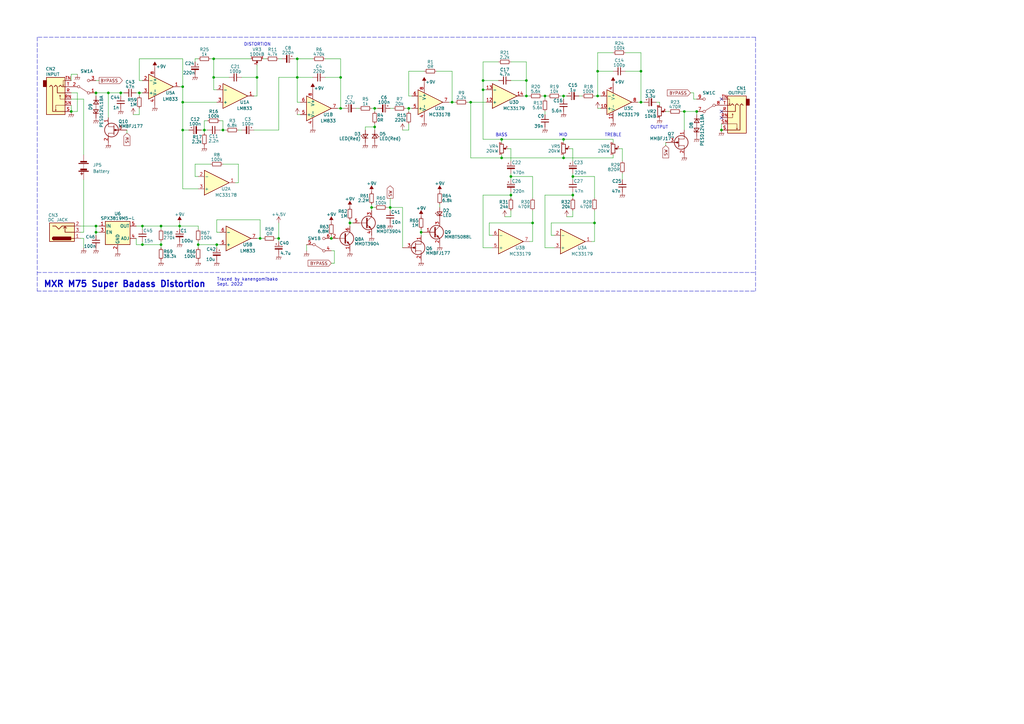
<source format=kicad_sch>
(kicad_sch (version 20211123) (generator eeschema)
  (paper "A3")
  (junction (at 245.11 39.37))
  (junction (at 243.84 91.44))
  (junction (at 105.41 31.75))
  (junction (at 205.74 64.77))
  (junction (at 88.9 100.33))
  (junction (at 39.37 38.1))
  (junction (at 209.55 80.01))
  (junction (at 262.89 29.21))
  (junction (at 83.82 53.34))
  (junction (at 172.72 95.25))
  (junction (at 193.04 41.91))
  (junction (at 198.12 33.02))
  (junction (at 74.93 41.91))
  (junction (at 139.7 44.45))
  (junction (at 39.37 92.71))
  (junction (at 58.42 100.33))
  (junction (at 44.45 38.1))
  (junction (at 231.14 39.37))
  (junction (at 185.42 41.91))
  (junction (at 153.67 44.45))
  (junction (at 121.92 31.75))
  (junction (at 121.92 24.13))
  (junction (at 81.28 100.33))
  (junction (at 58.42 92.71))
  (junction (at 139.7 31.75))
  (junction (at 57.15 38.1))
  (junction (at 218.44 91.44))
  (junction (at 223.52 39.37))
  (junction (at 234.95 72.39))
  (junction (at 167.64 44.45))
  (junction (at 209.55 72.39))
  (junction (at 143.51 91.44))
  (junction (at 205.74 57.15))
  (junction (at 198.12 36.83))
  (junction (at 114.3 97.79))
  (junction (at 215.9 33.02))
  (junction (at 215.9 39.37))
  (junction (at 234.95 80.01))
  (junction (at 39.37 95.25))
  (junction (at 280.67 45.72))
  (junction (at 87.63 24.13))
  (junction (at 74.93 35.56))
  (junction (at 295.91 53.34))
  (junction (at 66.04 92.71))
  (junction (at 231.14 57.15))
  (junction (at 106.68 97.79))
  (junction (at 152.4 85.09))
  (junction (at 160.02 85.09))
  (junction (at 231.14 64.77))
  (junction (at 49.53 38.1))
  (junction (at 66.04 100.33))
  (junction (at 74.93 53.34))
  (junction (at 262.89 41.91))
  (junction (at 245.11 29.21))
  (junction (at 91.44 53.34))
  (junction (at 135.89 97.79))
  (junction (at 87.63 31.75))
  (junction (at 285.75 45.72))
  (junction (at 29.21 45.72))
  (junction (at 73.66 92.71))
  (junction (at 153.67 52.07))
  (no_connect (at 295.91 40.64))
  (no_connect (at 295.91 48.26))
  (no_connect (at 295.91 45.72))
  (wire (pts (xy 40.64 92.71) (xy 39.37 92.71)))
  (wire (pts (xy 209.55 60.96) (xy 209.55 66.04)))
  (wire (pts (xy 125.73 100.33) (xy 125.73 102.87)))
  (wire (pts (xy 49.53 39.37) (xy 49.53 38.1)))
  (wire (pts (xy 234.95 81.28) (xy 234.95 80.01)))
  (wire (pts (xy 29.21 38.1) (xy 31.75 38.1)))
  (wire (pts (xy 114.3 97.79) (xy 114.3 91.44)))
  (wire (pts (xy 106.68 97.79) (xy 107.95 97.79)))
  (wire (pts (xy 231.14 58.42) (xy 231.14 57.15)))
  (wire (pts (xy 29.21 30.48) (xy 31.75 30.48)))
  (wire (pts (xy 251.46 29.21) (xy 245.11 29.21)))
  (wire (pts (xy 160.02 85.09) (xy 160.02 86.36)))
  (wire (pts (xy 193.04 64.77) (xy 205.74 64.77)))
  (wire (pts (xy 209.55 25.4) (xy 215.9 25.4)))
  (wire (pts (xy 209.55 60.96) (xy 208.28 60.96)))
  (wire (pts (xy 198.12 36.83) (xy 198.12 33.02)))
  (wire (pts (xy 231.14 64.77) (xy 251.46 64.77)))
  (wire (pts (xy 123.19 41.91) (xy 121.92 41.91)))
  (wire (pts (xy 218.44 72.39) (xy 218.44 81.28)))
  (wire (pts (xy 74.93 41.91) (xy 74.93 53.34)))
  (wire (pts (xy 31.75 38.1) (xy 31.75 45.72)))
  (wire (pts (xy 29.21 33.02) (xy 29.21 30.48)))
  (wire (pts (xy 204.47 25.4) (xy 198.12 25.4)))
  (wire (pts (xy 34.29 40.64) (xy 34.29 63.5)))
  (wire (pts (xy 73.66 92.71) (xy 73.66 91.44)))
  (wire (pts (xy 88.9 100.33) (xy 81.28 100.33)))
  (wire (pts (xy 135.89 102.87) (xy 137.16 102.87)))
  (wire (pts (xy 167.64 44.45) (xy 167.64 45.72)))
  (wire (pts (xy 86.36 24.13) (xy 87.63 24.13)))
  (wire (pts (xy 104.14 53.34) (xy 114.3 53.34)))
  (wire (pts (xy 226.06 91.44) (xy 243.84 91.44)))
  (wire (pts (xy 87.63 31.75) (xy 93.98 31.75)))
  (wire (pts (xy 153.67 50.8) (xy 153.67 52.07)))
  (wire (pts (xy 234.95 60.96) (xy 234.95 66.04)))
  (wire (pts (xy 144.78 91.44) (xy 143.51 91.44)))
  (wire (pts (xy 90.17 100.33) (xy 88.9 100.33)))
  (wire (pts (xy 209.55 72.39) (xy 218.44 72.39)))
  (wire (pts (xy 152.4 85.09) (xy 152.4 83.82)))
  (wire (pts (xy 245.11 39.37) (xy 243.84 39.37)))
  (wire (pts (xy 209.55 33.02) (xy 215.9 33.02)))
  (wire (pts (xy 88.9 101.6) (xy 88.9 100.33)))
  (wire (pts (xy 262.89 21.59) (xy 262.89 29.21)))
  (wire (pts (xy 237.49 39.37) (xy 238.76 39.37)))
  (wire (pts (xy 66.04 100.33) (xy 66.04 101.6)))
  (wire (pts (xy 97.79 53.34) (xy 99.06 53.34)))
  (wire (pts (xy 57.15 24.13) (xy 74.93 24.13)))
  (wire (pts (xy 199.39 36.83) (xy 198.12 36.83)))
  (wire (pts (xy 55.88 100.33) (xy 58.42 100.33)))
  (wire (pts (xy 180.34 85.09) (xy 180.34 83.82)))
  (wire (pts (xy 153.67 85.09) (xy 152.4 85.09)))
  (wire (pts (xy 33.02 97.79) (xy 34.29 97.79)))
  (wire (pts (xy 273.05 45.72) (xy 274.32 45.72)))
  (wire (pts (xy 256.54 29.21) (xy 262.89 29.21)))
  (wire (pts (xy 223.52 39.37) (xy 224.79 39.37)))
  (wire (pts (xy 153.67 44.45) (xy 154.94 44.45)))
  (wire (pts (xy 133.35 24.13) (xy 139.7 24.13)))
  (wire (pts (xy 185.42 29.21) (xy 185.42 41.91)))
  (wire (pts (xy 218.44 99.06) (xy 217.17 99.06)))
  (wire (pts (xy 168.91 39.37) (xy 167.64 39.37)))
  (wire (pts (xy 193.04 41.91) (xy 193.04 64.77)))
  (wire (pts (xy 90.17 95.25) (xy 88.9 95.25)))
  (wire (pts (xy 218.44 86.36) (xy 218.44 91.44)))
  (wire (pts (xy 49.53 38.1) (xy 50.8 38.1)))
  (wire (pts (xy 34.29 97.79) (xy 34.29 101.6)))
  (wire (pts (xy 121.92 24.13) (xy 128.27 24.13)))
  (wire (pts (xy 251.46 64.77) (xy 251.46 63.5)))
  (polyline (pts (xy 309.88 15.24) (xy 15.24 15.24)))
  (wire (pts (xy 80.01 67.31) (xy 86.36 67.31)))
  (wire (pts (xy 80.01 24.13) (xy 80.01 25.4)))
  (wire (pts (xy 246.38 39.37) (xy 245.11 39.37)))
  (wire (pts (xy 153.67 52.07) (xy 153.67 53.34)))
  (wire (pts (xy 209.55 78.74) (xy 209.55 80.01)))
  (wire (pts (xy 57.15 33.02) (xy 57.15 24.13)))
  (wire (pts (xy 81.28 100.33) (xy 81.28 99.06)))
  (wire (pts (xy 167.64 53.34) (xy 167.64 50.8)))
  (wire (pts (xy 39.37 39.37) (xy 39.37 38.1)))
  (wire (pts (xy 273.05 59.69) (xy 273.05 58.42)))
  (wire (pts (xy 137.16 107.95) (xy 135.89 107.95)))
  (wire (pts (xy 152.4 44.45) (xy 153.67 44.45)))
  (wire (pts (xy 201.93 101.6) (xy 198.12 101.6)))
  (wire (pts (xy 121.92 31.75) (xy 121.92 41.91)))
  (wire (pts (xy 223.52 39.37) (xy 223.52 40.64)))
  (wire (pts (xy 58.42 92.71) (xy 66.04 92.71)))
  (wire (pts (xy 39.37 92.71) (xy 39.37 95.25)))
  (wire (pts (xy 255.27 60.96) (xy 255.27 66.04)))
  (wire (pts (xy 223.52 45.72) (xy 223.52 46.99)))
  (wire (pts (xy 245.11 44.45) (xy 246.38 44.45)))
  (wire (pts (xy 133.35 31.75) (xy 139.7 31.75)))
  (wire (pts (xy 262.89 29.21) (xy 262.89 41.91)))
  (wire (pts (xy 285.75 40.64) (xy 284.48 40.64)))
  (polyline (pts (xy 309.88 15.24) (xy 309.88 119.38)))
  (wire (pts (xy 207.01 88.9) (xy 209.55 88.9)))
  (wire (pts (xy 222.25 39.37) (xy 223.52 39.37)))
  (wire (pts (xy 58.42 93.98) (xy 58.42 92.71)))
  (wire (pts (xy 44.45 48.26) (xy 44.45 38.1)))
  (wire (pts (xy 269.24 41.91) (xy 270.51 41.91)))
  (wire (pts (xy 209.55 80.01) (xy 198.12 80.01)))
  (wire (pts (xy 165.1 85.09) (xy 165.1 101.6)))
  (wire (pts (xy 55.88 92.71) (xy 58.42 92.71)))
  (wire (pts (xy 140.97 44.45) (xy 139.7 44.45)))
  (wire (pts (xy 88.9 90.17) (xy 106.68 90.17)))
  (wire (pts (xy 135.89 96.52) (xy 135.89 97.79)))
  (wire (pts (xy 231.14 39.37) (xy 231.14 40.64)))
  (wire (pts (xy 255.27 71.12) (xy 255.27 73.66)))
  (wire (pts (xy 29.21 43.18) (xy 29.21 45.72)))
  (wire (pts (xy 160.02 85.09) (xy 160.02 81.28)))
  (wire (pts (xy 172.72 93.98) (xy 172.72 95.25)))
  (wire (pts (xy 91.44 53.34) (xy 91.44 49.53)))
  (wire (pts (xy 105.41 97.79) (xy 106.68 97.79)))
  (wire (pts (xy 143.51 92.71) (xy 143.51 91.44)))
  (wire (pts (xy 167.64 29.21) (xy 173.99 29.21)))
  (wire (pts (xy 33.02 92.71) (xy 39.37 92.71)))
  (wire (pts (xy 280.67 45.72) (xy 285.75 45.72)))
  (wire (pts (xy 245.11 21.59) (xy 245.11 29.21)))
  (wire (pts (xy 80.01 24.13) (xy 81.28 24.13)))
  (wire (pts (xy 243.84 72.39) (xy 243.84 81.28)))
  (wire (pts (xy 88.9 36.83) (xy 87.63 36.83)))
  (wire (pts (xy 73.66 92.71) (xy 81.28 92.71)))
  (wire (pts (xy 139.7 31.75) (xy 139.7 44.45)))
  (wire (pts (xy 284.48 38.1) (xy 283.21 38.1)))
  (wire (pts (xy 280.67 45.72) (xy 280.67 53.34)))
  (wire (pts (xy 285.75 46.99) (xy 285.75 45.72)))
  (wire (pts (xy 209.55 88.9) (xy 209.55 86.36)))
  (wire (pts (xy 57.15 46.99) (xy 54.61 46.99)))
  (wire (pts (xy 143.51 91.44) (xy 143.51 90.17)))
  (wire (pts (xy 205.74 64.77) (xy 231.14 64.77)))
  (wire (pts (xy 217.17 39.37) (xy 215.9 39.37)))
  (wire (pts (xy 58.42 99.06) (xy 58.42 100.33)))
  (wire (pts (xy 87.63 24.13) (xy 102.87 24.13)))
  (wire (pts (xy 256.54 21.59) (xy 262.89 21.59)))
  (wire (pts (xy 229.87 39.37) (xy 231.14 39.37)))
  (wire (pts (xy 91.44 49.53) (xy 90.17 49.53)))
  (wire (pts (xy 114.3 31.75) (xy 114.3 53.34)))
  (wire (pts (xy 77.47 53.34) (xy 74.93 53.34)))
  (wire (pts (xy 88.9 95.25) (xy 88.9 90.17)))
  (wire (pts (xy 243.84 86.36) (xy 243.84 91.44)))
  (wire (pts (xy 73.66 93.98) (xy 73.66 92.71)))
  (wire (pts (xy 205.74 63.5) (xy 205.74 64.77)))
  (wire (pts (xy 251.46 58.42) (xy 251.46 57.15)))
  (wire (pts (xy 185.42 41.91) (xy 184.15 41.91)))
  (wire (pts (xy 105.41 39.37) (xy 104.14 39.37)))
  (polyline (pts (xy 15.24 119.38) (xy 309.88 119.38)))
  (wire (pts (xy 166.37 44.45) (xy 167.64 44.45)))
  (wire (pts (xy 172.72 96.52) (xy 172.72 95.25)))
  (wire (pts (xy 39.37 38.1) (xy 44.45 38.1)))
  (wire (pts (xy 167.64 39.37) (xy 167.64 29.21)))
  (wire (pts (xy 55.88 38.1) (xy 57.15 38.1)))
  (wire (pts (xy 121.92 24.13) (xy 120.65 24.13)))
  (wire (pts (xy 74.93 41.91) (xy 88.9 41.91)))
  (wire (pts (xy 81.28 93.98) (xy 81.28 92.71)))
  (wire (pts (xy 91.44 67.31) (xy 97.79 67.31)))
  (wire (pts (xy 83.82 53.34) (xy 83.82 54.61)))
  (wire (pts (xy 74.93 53.34) (xy 74.93 77.47)))
  (wire (pts (xy 199.39 41.91) (xy 193.04 41.91)))
  (wire (pts (xy 234.95 71.12) (xy 234.95 72.39)))
  (wire (pts (xy 58.42 100.33) (xy 66.04 100.33)))
  (wire (pts (xy 198.12 25.4) (xy 198.12 33.02)))
  (wire (pts (xy 200.66 91.44) (xy 218.44 91.44)))
  (wire (pts (xy 198.12 57.15) (xy 205.74 57.15)))
  (wire (pts (xy 227.33 96.52) (xy 226.06 96.52)))
  (wire (pts (xy 262.89 41.91) (xy 261.62 41.91)))
  (wire (pts (xy 279.4 45.72) (xy 280.67 45.72)))
  (wire (pts (xy 160.02 85.09) (xy 165.1 85.09)))
  (wire (pts (xy 66.04 93.98) (xy 66.04 92.71)))
  (wire (pts (xy 149.86 53.34) (xy 149.86 52.07)))
  (wire (pts (xy 234.95 72.39) (xy 243.84 72.39)))
  (wire (pts (xy 82.55 53.34) (xy 83.82 53.34)))
  (wire (pts (xy 66.04 100.33) (xy 66.04 99.06)))
  (wire (pts (xy 158.75 85.09) (xy 160.02 85.09)))
  (wire (pts (xy 234.95 72.39) (xy 234.95 73.66)))
  (wire (pts (xy 31.75 45.72) (xy 29.21 45.72)))
  (wire (pts (xy 91.44 53.34) (xy 92.71 53.34)))
  (wire (pts (xy 34.29 73.66) (xy 34.29 95.25)))
  (wire (pts (xy 152.4 86.36) (xy 152.4 85.09)))
  (wire (pts (xy 205.74 58.42) (xy 205.74 57.15)))
  (wire (pts (xy 160.02 44.45) (xy 161.29 44.45)))
  (wire (pts (xy 105.41 26.67) (xy 105.41 31.75)))
  (wire (pts (xy 66.04 92.71) (xy 73.66 92.71)))
  (wire (pts (xy 231.14 39.37) (xy 232.41 39.37)))
  (wire (pts (xy 153.67 44.45) (xy 153.67 45.72)))
  (wire (pts (xy 74.93 24.13) (xy 74.93 35.56)))
  (wire (pts (xy 114.3 31.75) (xy 121.92 31.75)))
  (wire (pts (xy 198.12 80.01) (xy 198.12 101.6)))
  (wire (pts (xy 87.63 24.13) (xy 87.63 31.75)))
  (wire (pts (xy 128.27 31.75) (xy 121.92 31.75)))
  (wire (pts (xy 215.9 33.02) (xy 215.9 39.37)))
  (wire (pts (xy 215.9 25.4) (xy 215.9 33.02)))
  (wire (pts (xy 114.3 24.13) (xy 115.57 24.13)))
  (wire (pts (xy 57.15 44.45) (xy 57.15 46.99)))
  (wire (pts (xy 149.86 52.07) (xy 153.67 52.07)))
  (wire (pts (xy 205.74 57.15) (xy 231.14 57.15)))
  (wire (pts (xy 80.01 72.39) (xy 80.01 67.31)))
  (wire (pts (xy 218.44 91.44) (xy 218.44 99.06)))
  (wire (pts (xy 243.84 91.44) (xy 243.84 99.06)))
  (wire (pts (xy 191.77 41.91) (xy 193.04 41.91)))
  (wire (pts (xy 97.79 67.31) (xy 97.79 74.93)))
  (wire (pts (xy 97.79 74.93) (xy 96.52 74.93)))
  (wire (pts (xy 185.42 41.91) (xy 186.69 41.91)))
  (wire (pts (xy 215.9 39.37) (xy 214.63 39.37)))
  (wire (pts (xy 209.55 72.39) (xy 209.55 73.66)))
  (wire (pts (xy 231.14 57.15) (xy 251.46 57.15)))
  (wire (pts (xy 39.37 95.25) (xy 40.64 95.25)))
  (wire (pts (xy 168.91 44.45) (xy 167.64 44.45)))
  (wire (pts (xy 270.51 41.91) (xy 270.51 43.18)))
  (wire (pts (xy 227.33 101.6) (xy 223.52 101.6)))
  (wire (pts (xy 74.93 35.56) (xy 74.93 41.91)))
  (wire (pts (xy 179.07 29.21) (xy 185.42 29.21)))
  (wire (pts (xy 284.48 40.64) (xy 284.48 38.1)))
  (wire (pts (xy 234.95 60.96) (xy 233.68 60.96)))
  (wire (pts (xy 234.95 78.74) (xy 234.95 80.01)))
  (wire (pts (xy 234.95 88.9) (xy 234.95 86.36)))
  (wire (pts (xy 52.07 53.34) (xy 52.07 54.61)))
  (wire (pts (xy 201.93 96.52) (xy 200.66 96.52)))
  (wire (pts (xy 85.09 53.34) (xy 83.82 53.34)))
  (wire (pts (xy 87.63 36.83) (xy 87.63 31.75)))
  (wire (pts (xy 251.46 21.59) (xy 245.11 21.59)))
  (wire (pts (xy 243.84 99.06) (xy 242.57 99.06)))
  (wire (pts (xy 74.93 77.47) (xy 81.28 77.47)))
  (wire (pts (xy 198.12 36.83) (xy 198.12 57.15)))
  (wire (pts (xy 83.82 49.53) (xy 83.82 53.34)))
  (polyline (pts (xy 15.24 15.24) (xy 15.24 119.38)))
  (wire (pts (xy 254 60.96) (xy 255.27 60.96)))
  (wire (pts (xy 81.28 72.39) (xy 80.01 72.39)))
  (wire (pts (xy 105.41 31.75) (xy 105.41 39.37)))
  (wire (pts (xy 223.52 80.01) (xy 223.52 101.6)))
  (wire (pts (xy 44.45 38.1) (xy 49.53 38.1)))
  (wire (pts (xy 40.64 33.02) (xy 39.37 33.02)))
  (wire (pts (xy 113.03 97.79) (xy 114.3 97.79)))
  (wire (pts (xy 262.89 41.91) (xy 264.16 41.91)))
  (wire (pts (xy 121.92 46.99) (xy 123.19 46.99)))
  (wire (pts (xy 226.06 96.52) (xy 226.06 91.44)))
  (polyline (pts (xy 15.24 111.76) (xy 309.88 111.76)))
  (wire (pts (xy 139.7 44.45) (xy 138.43 44.45)))
  (wire (pts (xy 55.88 97.79) (xy 55.88 100.33)))
  (wire (pts (xy 57.15 38.1) (xy 58.42 38.1)))
  (wire (pts (xy 39.37 96.52) (xy 39.37 95.25)))
  (wire (pts (xy 58.42 33.02) (xy 57.15 33.02)))
  (wire (pts (xy 33.02 95.25) (xy 34.29 95.25)))
  (wire (pts (xy 29.21 40.64) (xy 34.29 40.64)))
  (wire (pts (xy 200.66 96.52) (xy 200.66 91.44)))
  (wire (pts (xy 106.68 90.17) (xy 106.68 97.79)))
  (wire (pts (xy 121.92 31.75) (xy 121.92 24.13)))
  (wire (pts (xy 234.95 80.01) (xy 223.52 80.01)))
  (wire (pts (xy 90.17 53.34) (xy 91.44 53.34)))
  (wire (pts (xy 209.55 71.12) (xy 209.55 72.39)))
  (wire (pts (xy 139.7 24.13) (xy 139.7 31.75)))
  (wire (pts (xy 81.28 101.6) (xy 81.28 100.33)))
  (wire (pts (xy 232.41 88.9) (xy 234.95 88.9)))
  (wire (pts (xy 198.12 33.02) (xy 204.47 33.02)))
  (wire (pts (xy 107.95 24.13) (xy 109.22 24.13)))
  (wire (pts (xy 231.14 63.5) (xy 231.14 64.77)))
  (wire (pts (xy 295.91 50.8) (xy 295.91 53.34)))
  (wire (pts (xy 165.1 53.34) (xy 167.64 53.34)))
  (wire (pts (xy 137.16 102.87) (xy 137.16 107.95)))
  (wire (pts (xy 74.93 35.56) (xy 73.66 35.56)))
  (wire (pts (xy 85.09 49.53) (xy 83.82 49.53)))
  (wire (pts (xy 57.15 39.37) (xy 57.15 38.1)))
  (wire (pts (xy 209.55 81.28) (xy 209.55 80.01)))
  (wire (pts (xy 245.11 29.21) (xy 245.11 39.37)))
  (wire (pts (xy 147.32 44.45) (xy 146.05 44.45)))
  (wire (pts (xy 114.3 97.79) (xy 114.3 99.06)))
  (wire (pts (xy 99.06 31.75) (xy 105.41 31.75)))
  (text "TREBLE" (at 247.9675 56.1975 0) (effects (font (size 1.27 1.27)) (justify left bottom)))
  (text "BASS" (at 203.2 56.1975 0) (effects (font (size 1.27 1.27)) (justify left bottom)))
  (text "MXR M75 Super Badass Distortion" (at 17.78 118.11 0) (effects (font (size 2.54 2.54) (thickness 0.508) bold) (justify left bottom)))
  (text "OUTPUT" (at 266.7 53.0225 0) (effects (font (size 1.27 1.27)) (justify left bottom)))
  (text "MID" (at 229.235 56.1975 0) (effects (font (size 1.27 1.27)) (justify left bottom)))
  (text "DISTORTION" (at 100.0125 19.05 0) (effects (font (size 1.27 1.27)) (justify left bottom)))
  (text "Traced by kanengomibako\nSept. 2022" (at 88.9 117.475 0) (effects (font (size 1.27 1.27)) (justify left bottom)))
  (global_label "BYPASS" (shape input) (at 135.89 107.95 180) (property "Intersheet References" "${INTERSHEET_REFS}" (effects hide)))
  (global_label "SW" (shape input) (at 52.07 54.61 270) (property "Intersheet References" "${INTERSHEET_REFS}" (effects hide)))
  (global_label "BYPASS" (shape input) (at 283.21 38.1 180) (property "Intersheet References" "${INTERSHEET_REFS}" (effects hide)))
  (global_label "SW" (shape output) (at 160.02 81.28 90) (property "Intersheet References" "${INTERSHEET_REFS}" (effects hide)))
  (global_label "SW" (shape input) (at 273.05 59.69 270) (property "Intersheet References" "${INTERSHEET_REFS}" (effects hide)))
  (global_label "BYPASS" (shape output) (at 40.64 33.02 0) (property "Intersheet References" "${INTERSHEET_REFS}" (effects hide)))
  (symbol (lib_id "Device:R_Small") (at 241.3 39.37 90) (unit 1)
    (property "Reference" "R18" (at 241.3 35.56 90))
    (property "Value" "100k" (at 241.3 37.465 90))
  )
  (symbol (lib_id "Transistor_BJT:MMDT3904") (at 149.86 91.44 0) (unit 2)
    (property "Reference" "Q8" (at 154.305 93.0275 0) (effects (justify left)))
    (property "Value" "MMDT3904" (at 154.305 94.9325 0) (effects (justify left)))
  )
  (symbol (lib_id "Device:C_Small") (at 223.52 49.53 0) (mirror y) (unit 1)
    (property "Reference" "C9" (at 223.2025 47.625 0) (effects (justify left)))
    (property "Value" "39n" (at 222.885 51.7525 0) (effects (justify left)))
  )
  (symbol (lib_id "Device:R_Small") (at 218.44 83.82 0) (mirror y) (unit 1)
    (property "Reference" "R30" (at 217.4875 82.8675 0) (effects (justify left)))
    (property "Value" "470R" (at 217.4875 84.7725 0) (effects (justify left)))
  )
  (symbol (lib_id "Device:C_Polarized_Small") (at 234.95 39.37 90) (mirror x) (unit 1)
    (property "Reference" "C15" (at 234.95 34.925 90))
    (property "Value" "1u" (at 234.95 36.83 90))
  )
  (symbol (lib_id "Device:LED_Small") (at 180.34 87.63 90) (unit 1)
    (property "Reference" "D2" (at 181.61 86.36 90) (effects (justify right)))
    (property "Value" "LED" (at 181.61 88.265 90) (effects (justify right)))
  )
  (symbol (lib_id "Amplifier_Operational:MC33179") (at 234.95 99.06 0) (mirror x) (unit 1)
    (property "Reference" "U3" (at 238.76 101.6 0))
    (property "Value" "MC33179" (at 238.76 104.14 0))
  )
  (symbol (lib_id "Device:R_Small") (at 135.89 93.98 0) (mirror y) (unit 1)
    (property "Reference" "R63" (at 134.9375 93.0275 0) (effects (justify left)))
    (property "Value" "6.8M" (at 134.9375 94.9325 0) (effects (justify left)))
  )
  (symbol (lib_id "power:+9V") (at 173.99 34.29 0) (unit 1)
    (property "Reference" "#PWR0142" (effects hide))
    (property "Value" "+9V" (at 176.53 33.655 0))
  )
  (symbol (lib_id "myLib:+4.5V") (at 207.01 88.9 0) (unit 1)
    (property "Reference" "#PWR0134" (effects hide))
    (property "Value" "+4.5V" (effects hide))
  )
  (symbol (lib_id "Amplifier_Operational:MC33179") (at 207.01 39.37 0) (mirror x) (unit 4)
    (property "Reference" "U3" (at 210.82 41.91 0))
    (property "Value" "MC33179" (at 210.82 44.45 0))
  )
  (symbol (lib_id "Device:R_Small") (at 83.82 24.13 90) (unit 1)
    (property "Reference" "R25" (at 83.82 20.32 90))
    (property "Value" "1k" (at 83.82 22.225 90))
  )
  (symbol (lib_name "GND_2") (lib_id "power:GND") (at 223.52 52.07 0) (unit 1)
    (property "Reference" "#PWR0125" (effects hide))
    (property "Value" "GND" (effects hide))
  )
  (symbol (lib_name "GND_2") (lib_id "power:GND") (at 152.4 96.52 0) (unit 1)
    (property "Reference" "#PWR0119" (effects hide))
    (property "Value" "GND" (effects hide))
  )
  (symbol (lib_id "Amplifier_Operational:LM358") (at 96.52 39.37 0) (mirror x) (unit 1)
    (property "Reference" "U1" (at 100.33 41.91 0))
    (property "Value" "LM833" (at 100.33 44.45 0))
  )
  (symbol (lib_id "Device:R_Small") (at 255.27 68.58 0) (mirror y) (unit 1)
    (property "Reference" "R29" (at 254.3175 67.6275 0) (effects (justify left)))
    (property "Value" "820R" (at 254.3175 69.5325 0) (effects (justify left)))
  )
  (symbol (lib_id "Device:R_Small") (at 172.72 91.44 0) (mirror y) (unit 1)
    (property "Reference" "R65" (at 171.7675 90.4875 0) (effects (justify left)))
    (property "Value" "1M" (at 171.7675 92.3925 0) (effects (justify left)))
  )
  (symbol (lib_name "GND_2") (lib_id "power:GND") (at 251.46 49.53 0) (unit 1)
    (property "Reference" "#PWR0132" (effects hide))
    (property "Value" "GND" (effects hide))
  )
  (symbol (lib_id "Device:R_Potentiometer_Small") (at 270.51 45.72 0) (mirror x) (unit 1)
    (property "Reference" "VR2" (at 269.24 45.72 0) (effects (justify right)))
    (property "Value" "10kB" (at 269.24 47.625 0) (effects (justify right)))
  )
  (symbol (lib_name "GND_2") (lib_id "power:GND") (at 153.67 58.42 0) (unit 1)
    (property "Reference" "#PWR0140" (effects hide))
    (property "Value" "GND" (effects hide))
  )
  (symbol (lib_id "power:+9V") (at 73.66 91.44 0) (unit 1)
    (property "Reference" "#PWR0107" (effects hide))
    (property "Value" "+9V" (at 73.66 87.9475 0))
  )
  (symbol (lib_id "Device:R_Small") (at 81.28 104.14 0) (mirror y) (unit 1)
    (property "Reference" "R66" (at 80.3275 103.1875 0) (effects (justify left)))
    (property "Value" "100k" (at 80.3275 105.0925 0) (effects (justify left)))
  )
  (symbol (lib_id "Device:LED_Small") (at 153.67 55.88 270) (unit 1)
    (property "Reference" "D5" (at 155.575 54.9275 90) (effects (justify left)))
    (property "Value" "LED(Red)" (at 155.575 56.8325 90) (effects (justify left)))
  )
  (symbol (lib_id "power:+9V") (at 135.89 91.44 0) (unit 1)
    (property "Reference" "#PWR0113" (effects hide))
    (property "Value" "+9V" (at 135.89 87.9475 0))
  )
  (symbol (lib_id "Device:R_Small") (at 81.28 96.52 0) (unit 1)
    (property "Reference" "R67" (at 82.2325 95.5675 0) (effects (justify left)))
    (property "Value" "100k" (at 82.2325 97.4725 0) (effects (justify left)))
  )
  (symbol (lib_id "Device:Q_NPN_BEC") (at 177.8 95.25 0) (unit 1)
    (property "Reference" "Q9" (at 182.245 95.25 0) (effects (justify left)))
    (property "Value" "MMBT5088L" (at 182.245 97.155 0) (effects (justify left)))
  )
  (symbol (lib_id "Device:R_Potentiometer_Small") (at 105.41 24.13 90) (mirror x) (unit 1)
    (property "Reference" "VR3" (at 105.41 20.32 90))
    (property "Value" "100kB" (at 105.41 22.225 90))
  )
  (symbol (lib_id "Device:C_Polarized_Small") (at 80.01 53.34 90) (mirror x) (unit 1)
    (property "Reference" "C12" (at 80.01 48.895 90))
    (property "Value" "100n" (at 80.01 50.8 90))
  )
  (symbol (lib_id "Device:C_Small") (at 231.14 43.18 0) (mirror y) (unit 1)
    (property "Reference" "C16" (at 230.8225 41.275 0) (effects (justify left)))
    (property "Value" "5.6n" (at 230.505 45.4025 0) (effects (justify left)))
  )
  (symbol (lib_id "Device:R_Small") (at 234.95 83.82 0) (mirror y) (unit 1)
    (property "Reference" "R32" (at 233.9975 82.8675 0) (effects (justify left)))
    (property "Value" "20k" (at 233.9975 84.7725 0) (effects (justify left)))
  )
  (symbol (lib_id "Device:R_Small") (at 176.53 29.21 90) (unit 1)
    (property "Reference" "R1" (at 176.53 25.4 90))
    (property "Value" "0R" (at 176.53 27.305 90))
  )
  (symbol (lib_name "GND_2") (lib_id "power:GND") (at 39.37 48.26 0) (unit 1)
    (property "Reference" "#PWR0109" (effects hide))
    (property "Value" "GND" (effects hide))
  )
  (symbol (lib_id "Amplifier_Operational:LM358") (at 130.81 44.45 0) (mirror x) (unit 2)
    (property "Reference" "U1" (at 134.62 46.99 0))
    (property "Value" "LM833" (at 134.62 49.53 0))
  )
  (symbol (lib_name "GND_2") (lib_id "power:GND") (at 49.53 44.45 0) (unit 1)
    (property "Reference" "#PWR0101" (effects hide))
    (property "Value" "GND" (effects hide))
  )
  (symbol (lib_id "Amplifier_Operational:LM358") (at 66.04 35.56 0) (unit 3)
    (property "Reference" "U5" (effects hide))
    (property "Value" "LM833" (effects hide))
  )
  (symbol (lib_id "Device:R_Small") (at 66.04 96.52 0) (unit 1)
    (property "Reference" "R68" (at 66.9925 95.5675 0) (effects (justify left)))
    (property "Value" "270k" (at 66.9925 97.4725 0) (effects (justify left)))
  )
  (symbol (lib_name "GND_2") (lib_id "power:GND") (at 160.02 91.44 0) (unit 1)
    (property "Reference" "#PWR0118" (effects hide))
    (property "Value" "GND" (effects hide))
  )
  (symbol (lib_id "Device:R_Small") (at 130.81 24.13 90) (unit 1)
    (property "Reference" "R6" (at 130.81 20.32 90))
    (property "Value" "470k" (at 130.81 22.225 90))
  )
  (symbol (lib_id "Device:C_Polarized_Small") (at 73.66 96.52 0) (unit 1)
    (property "Reference" "C1" (at 73.9775 94.615 0) (effects (justify left)))
    (property "Value" "100u" (at 74.295 98.7425 0) (effects (justify left)))
  )
  (symbol (lib_id "power:+9V") (at 172.72 88.9 0) (unit 1)
    (property "Reference" "#PWR0124" (effects hide))
    (property "Value" "+9V" (at 172.72 85.4075 0))
  )
  (symbol (lib_name "GND_2") (lib_id "power:GND") (at 73.66 99.06 0) (unit 1)
    (property "Reference" "#PWR021" (effects hide))
    (property "Value" "GND" (effects hide))
  )
  (symbol (lib_id "myLib:SW_3PDT") (at 34.29 35.56 0) (mirror x) (unit 1)
    (property "Reference" "SW1" (at 35.56 29.21 0))
    (property "Value" "SW_3PDT" (effects hide))
  )
  (symbol (lib_id "Device:C_Small") (at 39.37 99.06 0) (mirror y) (unit 1)
    (property "Reference" "C46" (at 39.0525 97.155 0) (effects (justify left)))
    (property "Value" "100n" (at 39.37 100.965 0) (effects (justify left)))
  )
  (symbol (lib_id "Device:R_Small") (at 57.15 41.91 0) (mirror y) (unit 1)
    (property "Reference" "R59" (at 56.1975 40.9575 0) (effects (justify left)))
    (property "Value" "1M" (at 56.1975 42.8625 0) (effects (justify left)))
  )
  (symbol (lib_name "GND_2") (lib_id "power:GND") (at 285.75 55.88 0) (unit 1)
    (property "Reference" "#PWR03" (effects hide))
    (property "Value" "GND" (effects hide))
  )
  (symbol (lib_id "Device:R_Small") (at 110.49 97.79 90) (unit 1)
    (property "Reference" "R58" (at 110.49 93.98 90))
    (property "Value" "0R" (at 110.49 95.885 90))
  )
  (symbol (lib_id "Device:C_Small") (at 49.53 41.91 0) (mirror y) (unit 1)
    (property "Reference" "C44" (at 49.2125 40.005 0) (effects (justify left)))
    (property "Value" "1n" (at 48.895 44.1325 0) (effects (justify left)))
  )
  (symbol (lib_id "Device:R_Small") (at 163.83 44.45 90) (unit 1)
    (property "Reference" "R7" (at 163.83 40.64 90))
    (property "Value" "20k" (at 163.83 42.545 90))
  )
  (symbol (lib_name "GND_2") (lib_id "power:GND") (at 44.45 58.42 0) (unit 1)
    (property "Reference" "#PWR0103" (effects hide))
    (property "Value" "GND" (effects hide))
  )
  (symbol (lib_name "GND_2") (lib_id "power:GND") (at 231.14 45.72 0) (unit 1)
    (property "Reference" "#PWR0116" (effects hide))
    (property "Value" "GND" (effects hide))
  )
  (symbol (lib_name "GND_2") (lib_id "power:GND") (at 31.75 30.48 0) (unit 1)
    (property "Reference" "#PWR0102" (effects hide))
    (property "Value" "GND" (effects hide))
  )
  (symbol (lib_name "GND_2") (lib_id "power:GND") (at 83.82 59.69 0) (unit 1)
    (property "Reference" "#PWR0138" (effects hide))
    (property "Value" "GND" (effects hide))
  )
  (symbol (lib_name "GND_2") (lib_id "power:GND") (at 34.29 101.6 0) (unit 1)
    (property "Reference" "#PWR0108" (effects hide))
    (property "Value" "GND" (effects hide))
  )
  (symbol (lib_id "Device:Q_PJFET_DSG") (at 278.13 58.42 0) (unit 1)
    (property "Reference" "Q7" (at 276.5425 54.9275 0) (effects (justify right)))
    (property "Value" "MMBFJ177" (at 276.5425 56.8325 0) (effects (justify right)))
  )
  (symbol (lib_id "power:+9V") (at 180.34 78.74 0) (unit 1)
    (property "Reference" "#PWR0121" (effects hide))
    (property "Value" "+9V" (at 180.34 75.2475 0))
  )
  (symbol (lib_name "GND_2") (lib_id "power:GND") (at 63.5 43.18 0) (unit 1)
    (property "Reference" "#PWR0114" (effects hide))
    (property "Value" "GND" (effects hide))
  )
  (symbol (lib_id "myLib:+4.5V") (at 54.61 46.99 0) (unit 1)
    (property "Reference" "#PWR01" (effects hide))
    (property "Value" "+4.5V" (effects hide))
  )
  (symbol (lib_id "Device:C_Polarized_Small") (at 101.6 53.34 270) (unit 1)
    (property "Reference" "C3" (at 101.6 48.895 90))
    (property "Value" "100n" (at 101.6 50.8 90))
  )
  (symbol (lib_id "Transistor_BJT:MMDT3904") (at 140.97 97.79 0) (unit 1)
    (property "Reference" "Q8" (at 145.415 98.1075 0) (effects (justify left)))
    (property "Value" "MMDT3904" (at 145.415 100.0125 0) (effects (justify left)))
  )
  (symbol (lib_id "power:+9V") (at 251.46 34.29 0) (unit 1)
    (property "Reference" "#PWR0133" (effects hide))
    (property "Value" "+9V" (at 254 33.655 0))
  )
  (symbol (lib_id "myLib:+4.5V") (at 114.3 91.44 0) (unit 1)
    (property "Reference" "#PWR07" (effects hide))
    (property "Value" "+4.5V" (at 114.3 87.9475 0))
  )
  (symbol (lib_id "Device:R_Small") (at 227.33 39.37 90) (unit 1)
    (property "Reference" "R19" (at 227.33 35.56 90))
    (property "Value" "10k" (at 227.33 37.465 90))
  )
  (symbol (lib_id "Amplifier_Operational:LM358") (at 130.81 44.45 0) (unit 3)
    (property "Reference" "U1" (effects hide))
    (property "Value" "LM833" (effects hide))
  )
  (symbol (lib_id "Device:C_Small") (at 255.27 76.2 0) (mirror y) (unit 1)
    (property "Reference" "C25" (at 254.9525 74.295 0) (effects (justify left)))
    (property "Value" "47n" (at 254.635 78.4225 0) (effects (justify left)))
  )
  (symbol (lib_id "Device:R_Small") (at 254 21.59 90) (unit 1)
    (property "Reference" "R24" (at 254 17.78 90))
    (property "Value" "100k" (at 254 19.685 90))
  )
  (symbol (lib_id "Device:R_Small") (at 153.67 48.26 0) (unit 1)
    (property "Reference" "R4" (at 154.6225 47.3075 0) (effects (justify left)))
    (property "Value" "0R" (at 154.6225 49.2125 0) (effects (justify left)))
  )
  (symbol (lib_id "Device:C_Small") (at 53.34 38.1 270) (unit 1)
    (property "Reference" "C43" (at 53.34 33.655 90))
    (property "Value" "47n" (at 53.34 35.56 90))
  )
  (symbol (lib_name "GND_2") (lib_id "power:GND") (at 114.3 104.14 0) (unit 1)
    (property "Reference" "#PWR028" (effects hide))
    (property "Value" "GND" (effects hide))
  )
  (symbol (lib_id "Device:C_Small") (at 96.52 31.75 270) (unit 1)
    (property "Reference" "C21" (at 96.52 27.305 90))
    (property "Value" "100p" (at 96.52 29.21 90))
  )
  (symbol (lib_name "AudioJack3_Switch_1") (lib_id "Connector:AudioJack3_Switch") (at 24.13 40.64 0) (mirror x) (unit 1)
    (property "Reference" "CN2" (at 18.7325 28.2575 0) (effects (justify left)))
    (property "Value" "INPUT" (at 18.7325 30.48 0) (effects (justify left)))
  )
  (symbol (lib_id "Device:R_Small") (at 66.04 104.14 0) (unit 1)
    (property "Reference" "R69" (at 66.9925 103.1875 0) (effects (justify left)))
    (property "Value" "38.3k" (at 66.9925 105.0925 0) (effects (justify left)))
  )
  (symbol (lib_id "Device:R_Small") (at 276.86 45.72 90) (unit 1)
    (property "Reference" "R23" (at 276.86 41.91 90))
    (property "Value" "470R" (at 276.86 43.815 90))
  )
  (symbol (lib_name "GND_2") (lib_id "power:GND") (at 128.27 52.07 0) (unit 1)
    (property "Reference" "#PWR0137" (effects hide))
    (property "Value" "GND" (effects hide))
  )
  (symbol (lib_id "Device:R_Small") (at 209.55 83.82 0) (mirror y) (unit 1)
    (property "Reference" "R31" (at 208.5975 82.8675 0) (effects (justify left)))
    (property "Value" "24k" (at 208.5975 84.7725 0) (effects (justify left)))
  )
  (symbol (lib_id "Device:C_Polarized_Small") (at 234.95 68.58 0) (unit 1)
    (property "Reference" "C23" (at 235.2675 66.675 0) (effects (justify left)))
    (property "Value" "220n" (at 235.585 70.8025 0) (effects (justify left)))
  )
  (symbol (lib_id "Amplifier_Operational:MC33179") (at 254 41.91 0) (mirror x) (unit 3)
    (property "Reference" "U3" (at 257.81 44.45 0))
    (property "Value" "MC33179" (at 257.81 46.99 0))
  )
  (symbol (lib_id "Device:C_Small") (at 130.81 31.75 270) (unit 1)
    (property "Reference" "C4" (at 130.81 27.305 90))
    (property "Value" "220p" (at 130.81 29.21 90))
  )
  (symbol (lib_name "GND_2") (lib_id "power:GND") (at 280.67 63.5 0) (unit 1)
    (property "Reference" "#PWR0129" (effects hide))
    (property "Value" "GND" (effects hide))
  )
  (symbol (lib_id "Device:C_Small") (at 234.95 76.2 0) (unit 1)
    (property "Reference" "C27" (at 235.2675 74.295 0) (effects (justify left)))
    (property "Value" "47n" (at 235.585 78.4225 0) (effects (justify left)))
  )
  (symbol (lib_id "myLib:+4.5V") (at 232.41 88.9 0) (unit 1)
    (property "Reference" "#PWR0126" (effects hide))
    (property "Value" "+4.5V" (effects hide))
  )
  (symbol (lib_id "Device:R_Small") (at 219.71 39.37 90) (unit 1)
    (property "Reference" "R20" (at 219.71 35.56 90))
    (property "Value" "5.6k" (at 219.71 37.465 90))
  )
  (symbol (lib_id "Device:R_Small") (at 149.86 44.45 90) (unit 1)
    (property "Reference" "R5" (at 149.86 40.64 90))
    (property "Value" "1k" (at 149.86 42.545 90))
  )
  (symbol (lib_id "Amplifier_Operational:MC33178") (at 88.9 74.93 0) (mirror x) (unit 1)
    (property "Reference" "U2" (at 92.71 77.47 0))
    (property "Value" "MC33178" (at 92.71 80.01 0))
  )
  (symbol (lib_id "Device:C_Small") (at 207.01 33.02 270) (unit 1)
    (property "Reference" "C17" (at 207.01 28.575 90))
    (property "Value" "4.7n" (at 207.01 30.48 90))
  )
  (symbol (lib_id "Device:R_Small") (at 111.76 24.13 90) (unit 1)
    (property "Reference" "R11" (at 111.76 20.32 90))
    (property "Value" "4.7k" (at 111.76 22.225 90))
  )
  (symbol (lib_id "Device:C_Polarized_Small") (at 114.3 101.6 0) (unit 1)
    (property "Reference" "C40" (at 114.6175 99.695 0) (effects (justify left)))
    (property "Value" "4.7u" (at 114.935 103.8225 0) (effects (justify left)))
  )
  (symbol (lib_id "Device:C_Polarized_Small") (at 80.01 27.94 0) (mirror y) (unit 1)
    (property "Reference" "C24" (at 79.6925 26.035 0) (effects (justify left)))
    (property "Value" "220n" (at 80.01 29.845 0) (effects (justify left)))
  )
  (symbol (lib_id "Device:R_Small") (at 156.21 85.09 90) (unit 1)
    (property "Reference" "R60" (at 156.21 81.28 90))
    (property "Value" "100k" (at 156.21 83.185 90))
  )
  (symbol (lib_id "Device:Battery") (at 34.29 68.58 180) (unit 1)
    (property "Reference" "JP5" (at 38.1 67.6909 0) (effects (justify right)))
    (property "Value" "Battery" (at 38.1 70.2309 0) (effects (justify right)))
  )
  (symbol (lib_id "Device:R_Small") (at 83.82 57.15 0) (mirror y) (unit 1)
    (property "Reference" "R17" (at 82.8675 56.1975 0) (effects (justify left)))
    (property "Value" "2.2k" (at 82.8675 58.1025 0) (effects (justify left)))
  )
  (symbol (lib_name "GND_2") (lib_id "power:GND") (at 173.99 49.53 0) (unit 1)
    (property "Reference" "#PWR0143" (effects hide))
    (property "Value" "GND" (effects hide))
  )
  (symbol (lib_name "GND_2") (lib_id "power:GND") (at 143.51 102.87 0) (unit 1)
    (property "Reference" "#PWR0111" (effects hide))
    (property "Value" "GND" (effects hide))
  )
  (symbol (lib_id "myLib:SW_3PDT") (at 290.83 43.18 180) (unit 3)
    (property "Reference" "SW1" (at 290.83 38.1 0))
    (property "Value" "SW_3PDT" (effects hide))
  )
  (symbol (lib_id "Device:R_Potentiometer_Small") (at 251.46 60.96 0) (mirror x) (unit 1)
    (property "Reference" "VR6" (at 250.19 60.0075 0) (effects (justify right)))
    (property "Value" "20kW" (at 250.19 61.9125 0) (effects (justify right)))
  )
  (symbol (lib_name "GND_2") (lib_id "power:GND") (at 172.72 106.68 0) (unit 1)
    (property "Reference" "#PWR0122" (effects hide))
    (property "Value" "GND" (effects hide))
  )
  (symbol (lib_id "myLib:PESDxL1BA") (at 39.37 45.72 90) (unit 1)
    (property "Reference" "D9" (at 37.1475 43.815 0))
    (property "Value" "PESD12VL1BA" (at 41.5925 45.72 0))
  )
  (symbol (lib_id "Device:R_Small") (at 180.34 81.28 0) (unit 1)
    (property "Reference" "R64" (at 181.2925 80.3275 0) (effects (justify left)))
    (property "Value" "6.8k" (at 181.2925 82.2325 0) (effects (justify left)))
  )
  (symbol (lib_id "Device:C_Small") (at 87.63 53.34 270) (mirror x) (unit 1)
    (property "Reference" "C11" (at 87.63 55.88 90))
    (property "Value" "2.2n" (at 87.63 57.785 90))
  )
  (symbol (lib_name "GND_2") (lib_id "power:GND") (at 255.27 78.74 0) (unit 1)
    (property "Reference" "#PWR0127" (effects hide))
    (property "Value" "GND" (effects hide))
  )
  (symbol (lib_id "Device:R_Small") (at 143.51 87.63 0) (mirror y) (unit 1)
    (property "Reference" "R62" (at 142.5575 86.6775 0) (effects (justify left)))
    (property "Value" "1M" (at 142.5575 88.5825 0) (effects (justify left)))
  )
  (symbol (lib_id "myLib:PESDxL1BA") (at 285.75 53.34 90) (unit 1)
    (property "Reference" "D8" (at 283.5275 51.435 0))
    (property "Value" "PESD12VL1BA" (at 287.9725 53.34 0))
  )
  (symbol (lib_id "Device:C_Small") (at 58.42 96.52 0) (unit 1)
    (property "Reference" "C45" (at 58.7375 94.615 0) (effects (justify left)))
    (property "Value" "15n" (at 59.055 98.7425 0) (effects (justify left)))
  )
  (symbol (lib_name "GND_2") (lib_id "power:GND") (at 180.34 100.33 0) (unit 1)
    (property "Reference" "#PWR0123" (effects hide))
    (property "Value" "GND" (effects hide))
  )
  (symbol (lib_id "Amplifier_Operational:MC33179") (at 209.55 99.06 0) (mirror x) (unit 2)
    (property "Reference" "U3" (at 213.36 101.6 0))
    (property "Value" "MC33179" (at 213.36 104.14 0))
  )
  (symbol (lib_name "GND_2") (lib_id "power:GND") (at 80.01 30.48 0) (unit 1)
    (property "Reference" "#PWR0115" (effects hide))
    (property "Value" "GND" (effects hide))
  )
  (symbol (lib_id "power:+9V") (at 128.27 36.83 0) (unit 1)
    (property "Reference" "#PWR0135" (effects hide))
    (property "Value" "+9V" (at 130.81 36.195 0))
  )
  (symbol (lib_id "Amplifier_Operational:MC33178") (at 176.53 41.91 0) (mirror x) (unit 2)
    (property "Reference" "U2" (at 180.34 44.45 0))
    (property "Value" "MC33178" (at 180.34 46.99 0))
  )
  (symbol (lib_id "Device:C_Polarized_Small") (at 118.11 24.13 270) (unit 1)
    (property "Reference" "C8" (at 118.11 19.685 90))
    (property "Value" "220n" (at 118.11 21.59 90))
  )
  (symbol (lib_id "power:+9V") (at 63.5 27.94 0) (unit 1)
    (property "Reference" "#PWR0117" (effects hide))
    (property "Value" "+9V" (at 66.04 27.305 0))
  )
  (symbol (lib_id "Device:R_Potentiometer_Small") (at 231.14 60.96 0) (mirror x) (unit 1)
    (property "Reference" "VR5" (at 229.87 60.0075 0) (effects (justify right)))
    (property "Value" "20kW" (at 229.87 61.9125 0) (effects (justify right)))
  )
  (symbol (lib_name "GND_2") (lib_id "power:GND") (at 270.51 48.26 0) (unit 1)
    (property "Reference" "#PWR0130" (effects hide))
    (property "Value" "GND" (effects hide))
  )
  (symbol (lib_id "Device:C_Polarized_Small") (at 88.9 104.14 0) (mirror y) (unit 1)
    (property "Reference" "C42" (at 88.5825 102.235 0) (effects (justify left)))
    (property "Value" "10u" (at 88.265 106.3625 0) (effects (justify left)))
  )
  (symbol (lib_name "AudioJack3_Switch_1") (lib_id "Connector:AudioJack3_Switch") (at 300.99 48.26 180) (unit 1)
    (property "Reference" "CN1" (at 306.07 36.195 0) (effects (justify left)))
    (property "Value" "OUTPUT" (at 306.07 38.1 0) (effects (justify left)))
  )
  (symbol (lib_name "GND_2") (lib_id "power:GND") (at 125.73 102.87 0) (unit 1)
    (property "Reference" "#PWR0110" (effects hide))
    (property "Value" "GND" (effects hide))
  )
  (symbol (lib_id "Device:Q_PJFET_DSG") (at 46.99 53.34 0) (mirror y) (unit 1)
    (property "Reference" "Q10" (at 48.5775 49.8475 0) (effects (justify right)))
    (property "Value" "MMBFJ177" (at 48.5775 51.7525 0) (effects (justify right)))
  )
  (symbol (lib_id "Device:C_Polarized_Small") (at 209.55 68.58 0) (unit 1)
    (property "Reference" "C22" (at 209.8675 66.675 0) (effects (justify left)))
    (property "Value" "470n" (at 210.185 70.8025 0) (effects (justify left)))
  )
  (symbol (lib_id "Device:C_Polarized_Small") (at 266.7 41.91 90) (mirror x) (unit 1)
    (property "Reference" "C20" (at 266.7 37.465 90))
    (property "Value" "3.3u" (at 266.7 39.37 90))
  )
  (symbol (lib_id "myLib:SW_3PDT") (at 130.81 100.33 0) (mirror x) (unit 2)
    (property "Reference" "SW1" (at 128.905 97.79 0))
    (property "Value" "SW_3PDT" (effects hide))
  )
  (symbol (lib_name "GND_2") (lib_id "power:GND") (at 88.9 106.68 0) (unit 1)
    (property "Reference" "#PWR04" (effects hide))
    (property "Value" "GND" (effects hide))
  )
  (symbol (lib_id "Device:C_Polarized_Small") (at 143.51 44.45 90) (mirror x) (unit 1)
    (property "Reference" "C7" (at 143.51 40.005 90))
    (property "Value" "2.2u" (at 143.51 41.91 90))
  )
  (symbol (lib_id "Connector:Barrel_Jack_Switch") (at 25.4 95.25 0) (mirror x) (unit 1)
    (property "Reference" "CN3" (at 23.8125 88.265 0) (effects (justify right)))
    (property "Value" "DC JACK" (at 27.94 90.17 0) (effects (justify right)))
  )
  (symbol (lib_id "myLib:+4.5V") (at 245.11 44.45 0) (unit 1)
    (property "Reference" "#PWR0131" (effects hide))
    (property "Value" "+4.5V" (effects hide))
  )
  (symbol (lib_id "Device:R_Small") (at 207.01 25.4 90) (unit 1)
    (property "Reference" "R21" (at 207.01 21.59 90))
    (property "Value" "2.2k" (at 207.01 23.495 90))
  )
  (symbol (lib_id "Amplifier_Operational:LM358") (at 97.79 97.79 0) (mirror x) (unit 2)
    (property "Reference" "U5" (at 101.6 100.33 0))
    (property "Value" "LM833" (at 101.6 102.87 0))
  )
  (symbol (lib_id "Device:R_Small") (at 189.23 41.91 90) (unit 1)
    (property "Reference" "R9" (at 189.23 38.1 90))
    (property "Value" "2.2k" (at 189.23 40.005 90))
  )
  (symbol (lib_name "GND_2") (lib_id "power:GND") (at 81.28 106.68 0) (unit 1)
    (property "Reference" "#PWR023" (effects hide))
    (property "Value" "GND" (effects hide))
  )
  (symbol (lib_id "Device:R_Small") (at 167.64 48.26 0) (mirror y) (unit 1)
    (property "Reference" "R15" (at 166.6875 47.3075 0) (effects (justify left)))
    (property "Value" "220k" (at 166.6875 49.2125 0) (effects (justify left)))
  )
  (symbol (lib_name "GND_2") (lib_id "power:GND") (at 29.21 45.72 0) (unit 1)
    (property "Reference" "#PWR02" (effects hide))
    (property "Value" "GND" (effects hide))
  )
  (symbol (lib_id "Amplifier_Operational:LM358") (at 66.04 35.56 0) (mirror x) (unit 1)
    (property "Reference" "U5" (at 69.85 38.1 0))
    (property "Value" "LM833" (at 69.85 40.64 0))
  )
  (symbol (lib_id "Device:R_Small") (at 95.25 53.34 90) (unit 1)
    (property "Reference" "R3" (at 95.25 49.53 90))
    (property "Value" "6.8k" (at 95.25 51.435 90))
  )
  (symbol (lib_name "GND_2") (lib_id "power:GND") (at 149.86 58.42 0) (unit 1)
    (property "Reference" "#PWR0141" (effects hide))
    (property "Value" "GND" (effects hide))
  )
  (symbol (lib_name "GND_2") (lib_id "power:GND") (at 48.26 102.87 0) (unit 1)
    (property "Reference" "#PWR0104" (effects hide))
    (property "Value" "GND" (effects hide))
  )
  (symbol (lib_id "Amplifier_Operational:MC33178") (at 176.53 41.91 0) (unit 3)
    (property "Reference" "U2" (effects hide))
    (property "Value" "MC33178" (effects hide))
  )
  (symbol (lib_id "Device:R_Small") (at 223.52 43.18 0) (mirror y) (unit 1)
    (property "Reference" "R13" (at 222.5675 42.2275 0) (effects (justify left)))
    (property "Value" "5.6k" (at 222.5675 44.1325 0) (effects (justify left)))
  )
  (symbol (lib_id "Device:R_Small") (at 88.9 67.31 90) (unit 1)
    (property "Reference" "R8" (at 88.9 63.5 90))
    (property "Value" "100k" (at 88.9 65.405 90))
  )
  (symbol (lib_id "Device:R_Small") (at 152.4 81.28 0) (mirror y) (unit 1)
    (property "Reference" "R61" (at 151.4475 80.3275 0) (effects (justify left)))
    (property "Value" "2.2M" (at 151.4475 82.2325 0) (effects (justify left)))
  )
  (symbol (lib_name "GND_2") (lib_id "power:GND") (at 295.91 53.34 0) (unit 1)
    (property "Reference" "#PWR074" (effects hide))
    (property "Value" "GND" (effects hide))
  )
  (symbol (lib_id "Device:Q_PJFET_DSG") (at 170.18 101.6 0) (unit 1)
    (property "Reference" "Q6" (at 174.625 101.9175 0) (effects (justify left)))
    (property "Value" "MMBFJ177" (at 174.625 103.8225 0) (effects (justify left)))
  )
  (symbol (lib_id "myLib:+4.5V") (at 121.92 46.99 0) (unit 1)
    (property "Reference" "#PWR0136" (effects hide))
    (property "Value" "+4.5V" (effects hide))
  )
  (symbol (lib_id "Device:LED_Small") (at 149.86 55.88 90) (unit 1)
    (property "Reference" "D3" (at 147.955 54.9275 90) (effects (justify left)))
    (property "Value" "LED(Red)" (at 147.955 56.8325 90) (effects (justify left)))
  )
  (symbol (lib_id "Device:C_Polarized_Small") (at 157.48 44.45 270) (unit 1)
    (property "Reference" "C6" (at 157.48 40.005 90))
    (property "Value" "100n" (at 157.48 41.91 90))
  )
  (symbol (lib_id "Device:C_Small") (at 160.02 88.9 0) (unit 1)
    (property "Reference" "C41" (at 160.3375 86.995 0) (effects (justify left)))
    (property "Value" "10n" (at 160.655 91.1225 0) (effects (justify left)))
  )
  (symbol (lib_id "Regulator_Linear:SPX3819M5-L") (at 48.26 95.25 0) (unit 1)
    (property "Reference" "U6" (at 48.26 87.63 0))
    (property "Value" "SPX3819M5-L" (at 48.26 89.535 0))
  )
  (symbol (lib_id "Device:R_Potentiometer_Small") (at 205.74 60.96 0) (mirror x) (unit 1)
    (property "Reference" "VR4" (at 204.47 60.0075 0) (effects (justify right)))
    (property "Value" "20kW" (at 204.47 61.9125 0) (effects (justify right)))
  )
  (symbol (lib_id "Device:R_Small") (at 243.84 83.82 0) (mirror y) (unit 1)
    (property "Reference" "R28" (at 242.8875 82.8675 0) (effects (justify left)))
    (property "Value" "470R" (at 242.8875 84.7725 0) (effects (justify left)))
  )
  (symbol (lib_id "Device:C_Polarized_Small") (at 209.55 76.2 0) (unit 1)
    (property "Reference" "C26" (at 209.8675 74.295 0) (effects (justify left)))
    (property "Value" "220n" (at 210.185 78.4225 0) (effects (justify left)))
  )
  (symbol (lib_id "Device:C_Small") (at 254 29.21 270) (unit 1)
    (property "Reference" "C14" (at 254 24.765 90))
    (property "Value" "100p" (at 254 26.67 90))
  )
  (symbol (lib_id "Device:R_Small") (at 87.63 49.53 90) (unit 1)
    (property "Reference" "R16" (at 87.63 45.72 90))
    (property "Value" "100k" (at 87.63 47.625 90))
  )
  (symbol (lib_name "GND_2") (lib_id "power:GND") (at 39.37 101.6 0) (unit 1)
    (property "Reference" "#PWR0106" (effects hide))
    (property "Value" "GND" (effects hide))
  )
  (symbol (lib_id "power:+9V") (at 143.51 85.09 0) (unit 1)
    (property "Reference" "#PWR0112" (effects hide))
    (property "Value" "+9V" (at 143.51 81.5975 0))
  )
  (symbol (lib_id "Amplifier_Operational:MC33179") (at 254 41.91 0) (unit 5)
    (property "Reference" "U3" (effects hide))
    (property "Value" "MC33179" (effects hide))
  )
  (symbol (lib_name "GND_2") (lib_id "power:GND") (at 66.04 106.68 0) (unit 1)
    (property "Reference" "#PWR0105" (effects hide))
    (property "Value" "GND" (effects hide))
  )
  (symbol (lib_id "power:+9V") (at 152.4 78.74 0) (unit 1)
    (property "Reference" "#PWR0120" (effects hide))
    (property "Value" "+9V" (at 152.4 75.2475 0))
  )
  (symbol (lib_id "myLib:+4.5V") (at 165.1 53.34 0) (unit 1)
    (property "Reference" "#PWR0139" (effects hide))
    (property "Value" "+4.5V" (effects hide))
  )
)
</source>
